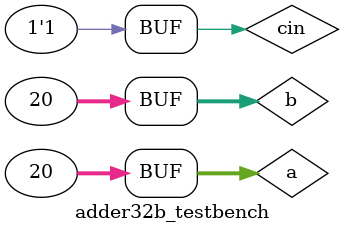
<source format=v>
`define DELAY 20
module adder32b_testbench();
reg [31:0] a, b;
reg cin;
wire [31:0] s;
wire cout;

adder32b adder(s, cout, a, b, cin);

initial begin
a = 32'd10; b = 32'd10; cin = 1'b0;
#`DELAY;
a = 32'd10; b = 32'd10; cin = 1'b1;
#`DELAY;
a = 32'd10; b = 32'd20; cin = 1'b0;
#`DELAY;
a = 32'd10; b = 32'd20; cin = 1'b1;
#`DELAY;
a = 32'd20; b = 32'd10; cin = 1'b0;
#`DELAY;
a = 32'd20; b = 32'd10; cin = 1'b1;
#`DELAY;
a = 32'd20; b = 32'd20; cin = 1'b0;
#`DELAY;
a = 32'd20; b = 32'd20; cin = 1'b1;
end
 
 
initial
begin
$monitor("time = %2d, a =%d, b=%d, cin=%1b, s=%d, cout=%1b", $time, a, b, cin, s, cout);
end
 
endmodule

</source>
